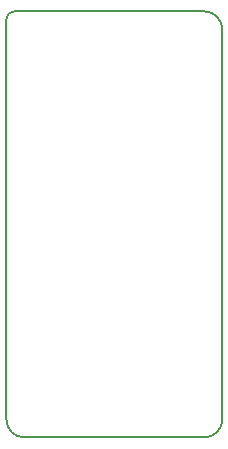
<source format=gm1>
G04 #@! TF.GenerationSoftware,KiCad,Pcbnew,(5.1.2-1)-1*
G04 #@! TF.CreationDate,2019-07-23T15:32:14-04:00*
G04 #@! TF.ProjectId,GW28R8128,47573238-5238-4313-9238-2e6b69636164,rev?*
G04 #@! TF.SameCoordinates,Original*
G04 #@! TF.FileFunction,Profile,NP*
%FSLAX46Y46*%
G04 Gerber Fmt 4.6, Leading zero omitted, Abs format (unit mm)*
G04 Created by KiCad (PCBNEW (5.1.2-1)-1) date 2019-07-23 15:32:14*
%MOMM*%
%LPD*%
G04 APERTURE LIST*
%ADD10C,0.150000*%
G04 APERTURE END LIST*
D10*
X39116000Y-19431000D02*
G75*
G02X39751000Y-18796000I635000J0D01*
G01*
X40640000Y-54864000D02*
G75*
G02X39116000Y-53340000I0J1524000D01*
G01*
X57404000Y-53340000D02*
G75*
G02X55880000Y-54864000I-1524000J0D01*
G01*
X55880000Y-18796000D02*
G75*
G02X57404000Y-20320000I0J-1524000D01*
G01*
X39116000Y-53340000D02*
X39116000Y-19431000D01*
X55880000Y-54864000D02*
X40640000Y-54864000D01*
X57404000Y-20320000D02*
X57404000Y-53340000D01*
X39751000Y-18796000D02*
X55880000Y-18796000D01*
M02*

</source>
